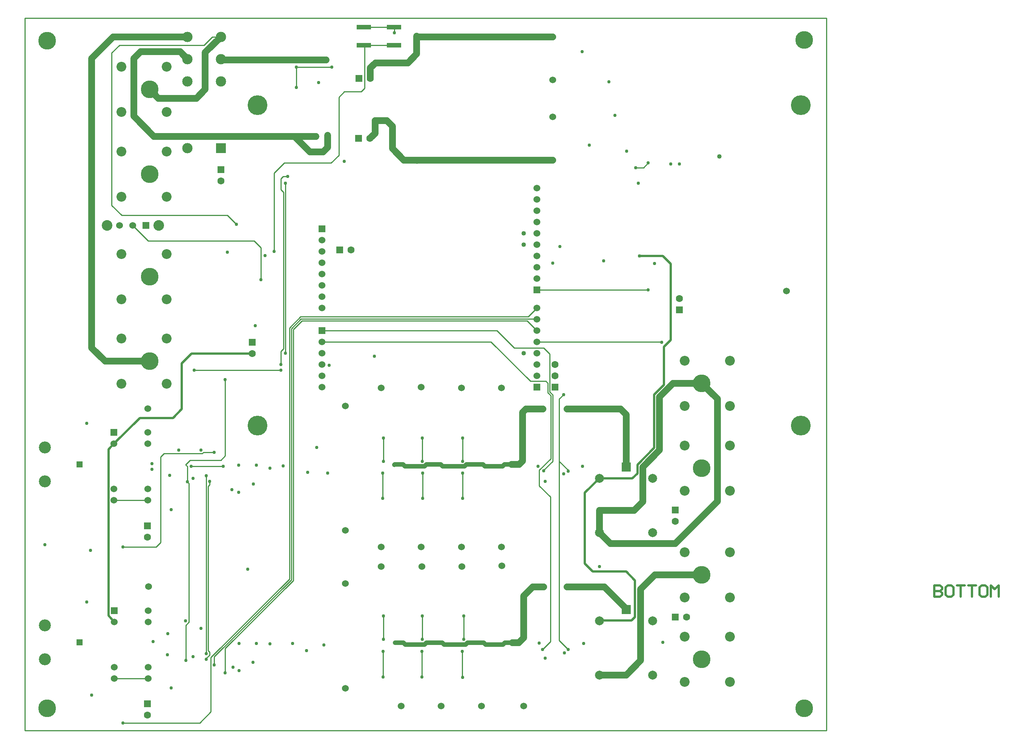
<source format=gbl>
G04*
G04 #@! TF.GenerationSoftware,Altium Limited,CircuitStudio,1.5.1 (13)*
G04*
G04 Layer_Physical_Order=4*
G04 Layer_Color=13382400*
%FSLAX23Y23*%
%MOIN*%
G70*
G01*
G75*
%ADD44C,0.060*%
%ADD45C,0.010*%
%ADD46C,0.020*%
%ADD47C,0.040*%
%ADD48C,0.040*%
%ADD49C,0.063*%
%ADD50R,0.063X0.063*%
%ADD51C,0.087*%
%ADD52C,0.157*%
%ADD53R,0.063X0.063*%
%ADD54C,0.060*%
%ADD55R,0.060X0.060*%
%ADD56C,0.094*%
%ADD57C,0.060*%
%ADD58R,0.060X0.060*%
%ADD59C,0.106*%
%ADD60R,0.056X0.056*%
%ADD61R,0.079X0.079*%
%ADD62C,0.079*%
%ADD63C,0.091*%
%ADD64R,0.091X0.091*%
%ADD65C,0.175*%
%ADD66C,0.030*%
%ADD67R,0.126X0.039*%
D44*
X6201Y4813D02*
X6352D01*
X6260Y3238D02*
X6358D01*
X6181Y3159D02*
X6260Y3238D01*
X6181Y2788D02*
Y3159D01*
X6139Y2746D02*
X6181Y2788D01*
X6083Y2746D02*
X6139D01*
X6171Y4783D02*
X6201Y4813D01*
X6171Y4352D02*
Y4783D01*
X6142Y4323D02*
X6171Y4352D01*
X6075Y4323D02*
X6142D01*
X6566Y3238D02*
X6894D01*
X7087Y3046D01*
X6565Y4813D02*
X7037D01*
X7087Y4764D01*
Y4301D02*
Y4764D01*
X7756Y5039D02*
X7894Y4902D01*
Y3996D02*
Y4902D01*
X7520Y3622D02*
X7894Y3996D01*
X6949Y3622D02*
X7520D01*
X6851Y3720D02*
X6949Y3622D01*
X7382Y4449D02*
Y4921D01*
Y4449D02*
Y4449D01*
X6851Y3720D02*
Y3917D01*
X7234Y4301D02*
X7382Y4449D01*
X7234Y3993D02*
Y4301D01*
X7158Y3917D02*
X7234Y3993D01*
X6851Y3917D02*
X7158D01*
X7382Y4921D02*
X7500Y5039D01*
X7756D01*
X6850Y2461D02*
X7087D01*
X7215Y2589D01*
Y3219D01*
X7343Y3346D01*
X7756D01*
X2480Y5236D02*
X2874D01*
X2362Y5354D02*
X2480Y5236D01*
X2362Y5354D02*
Y7913D01*
X2553Y8104D01*
X3209D01*
X3144Y7972D02*
X3209Y7907D01*
X2795Y7972D02*
X3144D01*
X2736Y7913D02*
X2795Y7972D01*
X2736Y7402D02*
Y7913D01*
Y7402D02*
X2913Y7224D01*
X4344D01*
X4154D02*
X4291Y7087D01*
X4409D01*
X4449Y7126D01*
Y7234D01*
X2874Y7638D02*
X2953Y7559D01*
X3287D01*
X3366Y7638D01*
Y7967D01*
X3504Y8104D01*
X3504Y7900D02*
X4121D01*
X4824Y7736D02*
Y7828D01*
X4870Y7874D01*
X5157D01*
X5236Y7953D01*
Y8110D01*
Y8104D02*
X5787D01*
X5787Y8104D01*
X6437D01*
X4823Y7205D02*
X4869Y7250D01*
Y7362D01*
X4970D01*
X5020Y7313D01*
Y7116D02*
Y7313D01*
Y7116D02*
X5122Y7014D01*
X6437D01*
X4124Y7900D02*
X4232D01*
X4291D01*
X4436D01*
D45*
X4941Y4350D02*
Y4557D01*
X6496Y2766D02*
X6575Y2687D01*
X6496Y2766D02*
Y4351D01*
X6348Y2687D02*
X6417Y2756D01*
Y4035D01*
X6319Y4134D02*
X6417Y4035D01*
X6319Y4134D02*
Y4272D01*
X6420Y4373D01*
X6575Y4262D02*
Y4272D01*
X6496Y4351D02*
X6575Y4272D01*
X6496Y4351D02*
Y4902D01*
X6535Y4941D01*
X6420Y4373D02*
Y4932D01*
X6396Y4956D02*
X6420Y4932D01*
X6396Y4956D02*
Y5041D01*
X6378Y5059D02*
X6396Y5041D01*
X6240Y5059D02*
X6378D01*
X6358Y4272D02*
X6437Y4350D01*
Y4939D01*
X6413Y4963D02*
X6437Y4939D01*
X6413Y4963D02*
Y5299D01*
X6358Y5354D02*
X6413Y5299D01*
X6097Y5354D02*
X6358D01*
X3194Y2589D02*
Y2899D01*
X3207Y4169D02*
X3223Y4153D01*
X3207Y4169D02*
Y4307D01*
X3193Y4321D02*
X3207Y4307D01*
X3001Y4419D02*
X3339D01*
X3350Y4429D01*
X3445D01*
X2559Y4006D02*
X2859D01*
X2638Y3593D02*
X2933D01*
X2972Y3632D01*
Y4390D01*
X3001Y4419D01*
X2563Y2431D02*
X2863D01*
X3445Y2622D02*
X4127Y3304D01*
X3415Y2537D02*
Y2617D01*
Y2537D02*
X3415Y2536D01*
Y2136D02*
Y2536D01*
X3445Y2549D02*
Y2622D01*
X3317Y2037D02*
X3415Y2136D01*
X3193Y4321D02*
X3232Y4360D01*
X3504D01*
X3543Y4399D01*
Y5073D01*
X3223Y2928D02*
Y4153D01*
X3194Y2899D02*
X3223Y2928D01*
X5650Y2776D02*
Y2982D01*
X5285Y2776D02*
Y2982D01*
X4941Y2776D02*
Y2982D01*
X5637Y2444D02*
Y2670D01*
Y2444D02*
X5640Y2441D01*
X5282Y2444D02*
Y2670D01*
X5285Y2667D01*
X4938Y2444D02*
Y2670D01*
X5640Y4350D02*
Y4557D01*
X5285Y4350D02*
Y4557D01*
X5643Y4023D02*
Y4245D01*
X5288Y4023D02*
Y4245D01*
X4934Y4023D02*
Y4245D01*
X7241Y6946D02*
X7283Y6988D01*
X7172Y6946D02*
X7241D01*
X4173Y7657D02*
Y7835D01*
X3242Y4305D02*
X3524D01*
X4399Y5506D02*
X5945D01*
X6097Y5354D01*
X4399Y5406D02*
X5893D01*
X6240Y5059D01*
X4075Y5306D02*
X4075Y5306D01*
X3268Y5157D02*
X4035D01*
X7399Y5406D02*
X7402Y5404D01*
X6299Y5406D02*
X7399D01*
X3543Y2697D02*
X4144Y3297D01*
X3543Y2480D02*
Y2697D01*
X2638Y2037D02*
X3317D01*
X7283Y5866D02*
X7283Y5866D01*
X6299Y5866D02*
X7283D01*
X3404Y2637D02*
Y2662D01*
X3404Y4142D02*
Y4172D01*
X3391Y2675D02*
Y4129D01*
X3404Y4142D01*
X3391Y2675D02*
X3404Y2662D01*
X3376Y2609D02*
X3404Y2637D01*
X3376Y2598D02*
Y2609D01*
X3374Y2650D02*
Y4224D01*
Y2650D02*
X3374Y2650D01*
X2725Y6437D02*
X2863Y6299D01*
X3799D01*
X3858Y6240D01*
Y5955D02*
Y6240D01*
X4173Y7835D02*
X4484D01*
X3429Y8104D02*
X3504D01*
X3356Y8031D02*
X3429Y8104D01*
X2608Y8031D02*
X3356D01*
X2539Y7963D02*
X2608Y8031D01*
X2539Y6614D02*
Y7963D01*
Y6614D02*
X2628Y6526D01*
X3563D01*
X3642Y6447D01*
X4478Y6988D02*
X4547Y7057D01*
X4055Y6870D02*
X4094D01*
X4035Y6850D02*
X4055Y6870D01*
X4035Y5206D02*
Y5323D01*
X4058Y5346D01*
Y6729D01*
X4035Y6752D02*
X4058Y6729D01*
X4075Y5306D02*
Y6811D01*
X4035Y6752D02*
Y6850D01*
X4065Y6988D02*
X4478D01*
X3976Y6900D02*
X4065Y6988D01*
X3976Y6206D02*
Y6900D01*
X4547Y7057D02*
Y7570D01*
X4595Y7618D01*
X4744D01*
X4774Y7648D01*
X4768Y8031D02*
X4774D01*
X5035D01*
X4774Y7648D02*
Y8031D01*
Y8033D01*
X5039Y8189D02*
X5039Y8189D01*
Y8140D02*
Y8189D01*
X4768Y8189D02*
X5035D01*
X5039D01*
X4127Y5524D02*
X4213Y5610D01*
X6299D01*
X4144Y3297D02*
Y5517D01*
X4220Y5593D01*
X6212D01*
X6299Y5506D01*
X4127Y3304D02*
Y5524D01*
X3415Y2617D02*
X4110Y3311D01*
Y5531D01*
X4208Y5630D01*
X6223D01*
X6299Y5706D01*
X1772Y1969D02*
X8858D01*
X1772D02*
Y8268D01*
X8858Y1969D02*
Y8268D01*
X1772D02*
X8858D01*
D46*
X6850Y4199D02*
X7142D01*
X6852Y2943D02*
X7136D01*
X7165Y2972D01*
Y3297D01*
X7087Y3376D02*
X7165Y3297D01*
X6791Y3376D02*
X7087D01*
X6722Y3445D02*
X6791Y3376D01*
X6722Y3445D02*
Y4073D01*
X6850Y4201D01*
X7142Y4199D02*
X7187Y4244D01*
Y4321D01*
X7335Y4468D01*
Y4941D01*
X7421Y5027D01*
Y5364D01*
X7204Y6166D02*
X7411D01*
X7480Y6097D01*
Y5423D02*
Y6097D01*
X7421Y5364D02*
X7480Y5423D01*
X2559Y4506D02*
X2787Y4734D01*
X3081D01*
X3159Y4813D01*
Y5217D01*
X3246Y5304D01*
X3780D01*
X2510Y4457D02*
X2559Y4506D01*
X2510Y2985D02*
Y4457D01*
Y2985D02*
X2563Y2931D01*
X9813Y3252D02*
Y3152D01*
X9863D01*
X9880Y3169D01*
Y3185D01*
X9863Y3202D01*
X9813D01*
X9863D01*
X9880Y3219D01*
Y3235D01*
X9863Y3252D01*
X9813D01*
X9963D02*
X9930D01*
X9913Y3235D01*
Y3169D01*
X9930Y3152D01*
X9963D01*
X9980Y3169D01*
Y3235D01*
X9963Y3252D01*
X10013D02*
X10080D01*
X10046D01*
Y3152D01*
X10113Y3252D02*
X10180D01*
X10146D01*
Y3152D01*
X10263Y3252D02*
X10230D01*
X10213Y3235D01*
Y3169D01*
X10230Y3152D01*
X10263D01*
X10280Y3169D01*
Y3235D01*
X10263Y3252D01*
X10313Y3152D02*
Y3252D01*
X10346Y3219D01*
X10380Y3252D01*
Y3152D01*
D47*
X6015Y2746D02*
X6079D01*
X5999Y2731D02*
X6015Y2746D01*
X5844Y2731D02*
X5999D01*
X5827Y2747D02*
X5844Y2731D01*
X5685Y2747D02*
X5827D01*
X5668Y2731D02*
X5685Y2747D01*
X5478Y2731D02*
X5668D01*
X5461Y2747D02*
X5478Y2731D01*
X5321Y2747D02*
X5461D01*
X5304Y2731D02*
X5321Y2747D01*
X5135Y2731D02*
X5304D01*
X5118Y2747D02*
X5135Y2731D01*
X5044Y2747D02*
X5118D01*
X5114Y4322D02*
X5131Y4305D01*
X5041Y4322D02*
X5114D01*
X5039Y4321D02*
X5041Y4322D01*
X5321D02*
X5449D01*
X5304Y4305D02*
X5321Y4322D01*
X5131Y4305D02*
X5304D01*
X6012Y4322D02*
X6073D01*
X5995Y4306D02*
X6012Y4322D01*
X5839Y4306D02*
X5995D01*
X5823Y4322D02*
X5839Y4306D01*
X5675Y4322D02*
X5823D01*
X5658Y4305D02*
X5675Y4322D01*
X5465Y4305D02*
X5658D01*
X5449Y4322D02*
X5465Y4305D01*
D48*
X6181Y6366D02*
D03*
Y6266D02*
D03*
Y5306D02*
D03*
X7913Y7047D02*
D03*
D49*
X7620Y2972D02*
D03*
X7520Y3819D02*
D03*
X4823Y7205D02*
D03*
X4656Y6220D02*
D03*
X3780Y5304D02*
D03*
X2854Y3681D02*
D03*
X4824Y7736D02*
D03*
X6457Y5206D02*
D03*
Y5106D02*
D03*
X3504Y6831D02*
D03*
X7559Y5789D02*
D03*
X2854Y2106D02*
D03*
D50*
X7520Y2972D02*
D03*
X4723Y7205D02*
D03*
X4556Y6220D02*
D03*
X4724Y7736D02*
D03*
D51*
X8006Y2398D02*
D03*
Y2798D02*
D03*
X7606Y2398D02*
D03*
Y2798D02*
D03*
X2624Y5436D02*
D03*
Y5036D02*
D03*
X3024Y5436D02*
D03*
Y5036D02*
D03*
X3024Y5784D02*
D03*
Y6184D02*
D03*
X2624Y5784D02*
D03*
Y6184D02*
D03*
X2624Y7090D02*
D03*
Y6690D02*
D03*
X3024Y7090D02*
D03*
Y6690D02*
D03*
Y7438D02*
D03*
Y7838D02*
D03*
X2624Y7438D02*
D03*
Y7838D02*
D03*
X7606Y3546D02*
D03*
Y3146D02*
D03*
X8006Y3546D02*
D03*
Y3146D02*
D03*
X7606Y5239D02*
D03*
Y4839D02*
D03*
X8006Y5239D02*
D03*
Y4839D02*
D03*
X8006Y4091D02*
D03*
Y4491D02*
D03*
X7606Y4091D02*
D03*
Y4491D02*
D03*
D52*
X7756Y2598D02*
D03*
X2874Y5236D02*
D03*
X2874Y5984D02*
D03*
X2874Y6890D02*
D03*
Y7638D02*
D03*
X7756Y3346D02*
D03*
X1969Y2165D02*
D03*
X8661D02*
D03*
Y8075D02*
D03*
X1969Y8071D02*
D03*
X7756Y5039D02*
D03*
X7756Y4291D02*
D03*
D53*
X7520Y3919D02*
D03*
X3780Y5404D02*
D03*
X2854Y3781D02*
D03*
X6457Y5006D02*
D03*
X3504Y6931D02*
D03*
X7559Y5689D02*
D03*
X2854Y2206D02*
D03*
D54*
X2863Y3031D02*
D03*
Y2931D02*
D03*
Y2531D02*
D03*
Y2431D02*
D03*
X2563D02*
D03*
Y2531D02*
D03*
Y2931D02*
D03*
X2559Y4506D02*
D03*
Y4106D02*
D03*
Y4006D02*
D03*
X2859D02*
D03*
Y4106D02*
D03*
Y4506D02*
D03*
Y4606D02*
D03*
X6299Y6766D02*
D03*
Y6666D02*
D03*
Y6566D02*
D03*
Y6466D02*
D03*
Y6366D02*
D03*
Y6266D02*
D03*
Y6166D02*
D03*
Y6066D02*
D03*
Y5966D02*
D03*
Y5706D02*
D03*
Y5606D02*
D03*
Y5506D02*
D03*
Y5406D02*
D03*
Y5306D02*
D03*
Y5206D02*
D03*
Y5106D02*
D03*
X4399Y5706D02*
D03*
Y5806D02*
D03*
Y5906D02*
D03*
Y6006D02*
D03*
Y6106D02*
D03*
Y6206D02*
D03*
Y6306D02*
D03*
Y5006D02*
D03*
Y5106D02*
D03*
Y5206D02*
D03*
Y5306D02*
D03*
Y5406D02*
D03*
X6181Y2185D02*
D03*
X5809Y2187D02*
D03*
X5453Y2185D02*
D03*
X5098D02*
D03*
X6339Y7014D02*
D03*
X5787Y7014D02*
D03*
X5239Y7008D02*
D03*
X4869Y7362D02*
D03*
X5787Y8104D02*
D03*
X5236Y8104D02*
D03*
X4870Y7874D02*
D03*
X6358Y3238D02*
D03*
X6352Y4813D02*
D03*
X6566Y3238D02*
D03*
X6565Y4813D02*
D03*
X2864Y3243D02*
D03*
X2859Y4817D02*
D03*
X8504Y5856D02*
D03*
X4921Y3593D02*
D03*
X5276Y3593D02*
D03*
X5630Y3593D02*
D03*
X5984Y3593D02*
D03*
X4606Y3740D02*
D03*
X5989Y3425D02*
D03*
X5634Y3421D02*
D03*
X5280D02*
D03*
X4921D02*
D03*
X4606Y3268D02*
D03*
X4921Y5000D02*
D03*
X5276Y5006D02*
D03*
X5630Y5000D02*
D03*
X5984D02*
D03*
X4606Y4839D02*
D03*
X6437Y7014D02*
D03*
X6437Y8104D02*
D03*
Y7722D02*
D03*
X6437Y7396D02*
D03*
X4606Y2343D02*
D03*
D55*
X2563Y3031D02*
D03*
X2559Y4606D02*
D03*
X6299Y5866D02*
D03*
Y5006D02*
D03*
X4399Y6406D02*
D03*
Y5506D02*
D03*
D56*
X2497Y6437D02*
D03*
X2954D02*
D03*
D57*
X2607D02*
D03*
X2725D02*
D03*
D58*
X2843D02*
D03*
D59*
X1949Y4173D02*
D03*
Y4472D02*
D03*
Y2898D02*
D03*
Y2598D02*
D03*
D60*
X2256Y4323D02*
D03*
Y2748D02*
D03*
D61*
X7087Y4301D02*
D03*
Y3041D02*
D03*
D62*
X6850Y4201D02*
D03*
Y3720D02*
D03*
X7323D02*
D03*
Y4201D02*
D03*
X6850Y2941D02*
D03*
Y2461D02*
D03*
X7323D02*
D03*
Y2941D02*
D03*
D63*
X3209Y7711D02*
D03*
X3504D02*
D03*
X3209Y7120D02*
D03*
Y7907D02*
D03*
X3504D02*
D03*
X3209Y8104D02*
D03*
X3504D02*
D03*
D64*
Y7120D02*
D03*
D65*
X8631Y7500D02*
D03*
X3828D02*
D03*
X8631Y4666D02*
D03*
X3828D02*
D03*
D66*
X6079Y2746D02*
D03*
X5725D02*
D03*
X5371D02*
D03*
X5044Y2747D02*
D03*
X6075Y4321D02*
D03*
X5720Y4322D02*
D03*
X5366Y4321D02*
D03*
X5039D02*
D03*
X4941Y4350D02*
D03*
X6348Y2687D02*
D03*
X6535Y4941D02*
D03*
X3937Y2736D02*
D03*
X4055Y4311D02*
D03*
X6888Y6122D02*
D03*
X3051Y4225D02*
D03*
X2894Y4331D02*
D03*
X2894Y4281D02*
D03*
X3858Y5955D02*
D03*
X3809Y5551D02*
D03*
X4414Y2726D02*
D03*
X3194Y2589D02*
D03*
X3031Y2638D02*
D03*
X3207Y4169D02*
D03*
X3793Y4148D02*
D03*
X4272Y4252D02*
D03*
X3327Y4449D02*
D03*
X3130D02*
D03*
X6762Y7146D02*
D03*
X3563Y6201D02*
D03*
X4449Y4245D02*
D03*
X3661Y4317D02*
D03*
X7480Y6979D02*
D03*
X3937Y4291D02*
D03*
X3661Y4075D02*
D03*
X4350Y4472D02*
D03*
X4595Y7002D02*
D03*
X6535Y4238D02*
D03*
X6703Y4306D02*
D03*
X6371Y4173D02*
D03*
X6309Y4306D02*
D03*
X6575Y4262D02*
D03*
X6850Y3421D02*
D03*
X6319Y2742D02*
D03*
X6540Y2657D02*
D03*
X6575Y2687D02*
D03*
X6713Y2740D02*
D03*
X6370Y2608D02*
D03*
X7411Y2749D02*
D03*
X2318Y3106D02*
D03*
X4261Y2677D02*
D03*
X3819Y2740D02*
D03*
X3789Y2573D02*
D03*
X3612Y2531D02*
D03*
X3445Y2549D02*
D03*
X3258Y2624D02*
D03*
X3066Y2347D02*
D03*
X2904Y2756D02*
D03*
X3327Y2874D02*
D03*
X3740Y3396D02*
D03*
X3819Y4317D02*
D03*
X3602Y4101D02*
D03*
X3258Y4199D02*
D03*
X3066Y3922D02*
D03*
X2318Y4685D02*
D03*
X4460Y5198D02*
D03*
X4862Y5279D02*
D03*
X3896Y6171D02*
D03*
X4369Y7701D02*
D03*
X6697Y7973D02*
D03*
X6935Y7707D02*
D03*
X7195Y6811D02*
D03*
X7559Y6979D02*
D03*
X7093Y7093D02*
D03*
X6988Y7411D02*
D03*
X6501Y6250D02*
D03*
X7337Y6100D02*
D03*
X3543Y5073D02*
D03*
X6439Y6102D02*
D03*
X7204Y6166D02*
D03*
X3193Y2940D02*
D03*
X3036Y2825D02*
D03*
X3666Y2740D02*
D03*
X4138Y2740D02*
D03*
X3642Y6447D02*
D03*
X5650Y2776D02*
D03*
Y2982D02*
D03*
X5285Y2776D02*
D03*
Y2982D02*
D03*
X4941Y2776D02*
D03*
Y2982D02*
D03*
X5637Y2670D02*
D03*
X5640Y2441D02*
D03*
X5282Y2444D02*
D03*
Y2670D02*
D03*
X4938Y2444D02*
D03*
Y2670D02*
D03*
X5640Y4350D02*
D03*
Y4557D02*
D03*
X5285Y4350D02*
D03*
Y4557D02*
D03*
X4941D02*
D03*
X5643Y4023D02*
D03*
Y4245D02*
D03*
X5288Y4023D02*
D03*
Y4245D02*
D03*
X4934Y4023D02*
D03*
Y4245D02*
D03*
X7283Y6988D02*
D03*
X7172Y6946D02*
D03*
X4173Y7835D02*
D03*
Y7657D02*
D03*
X3524Y4305D02*
D03*
X3242D02*
D03*
X6358Y4266D02*
D03*
X4075Y5306D02*
D03*
X4035Y5206D02*
D03*
Y5157D02*
D03*
X3268D02*
D03*
X7402Y5404D02*
D03*
X3543Y2480D02*
D03*
X2638Y2037D02*
D03*
X7283Y5866D02*
D03*
X3445Y4429D02*
D03*
X2638Y3593D02*
D03*
X3405Y4173D02*
D03*
X3376Y2598D02*
D03*
X3374Y4224D02*
D03*
X3374Y2650D02*
D03*
X3976Y6206D02*
D03*
X4484Y7835D02*
D03*
X3666Y2500D02*
D03*
X4094Y6870D02*
D03*
X4075Y6811D02*
D03*
X4449Y7185D02*
D03*
X3163Y7953D02*
D03*
X3976Y7900D02*
D03*
X3927D02*
D03*
X4291D02*
D03*
X5039Y8140D02*
D03*
X4301Y7224D02*
D03*
X4252D02*
D03*
X3120Y7972D02*
D03*
X4449Y7136D02*
D03*
X4232Y7900D02*
D03*
X1949Y3612D02*
D03*
X2362Y2283D02*
D03*
X2352Y3563D02*
D03*
D67*
X5035Y8031D02*
D03*
X4768D02*
D03*
Y8189D02*
D03*
X5035D02*
D03*
M02*

</source>
